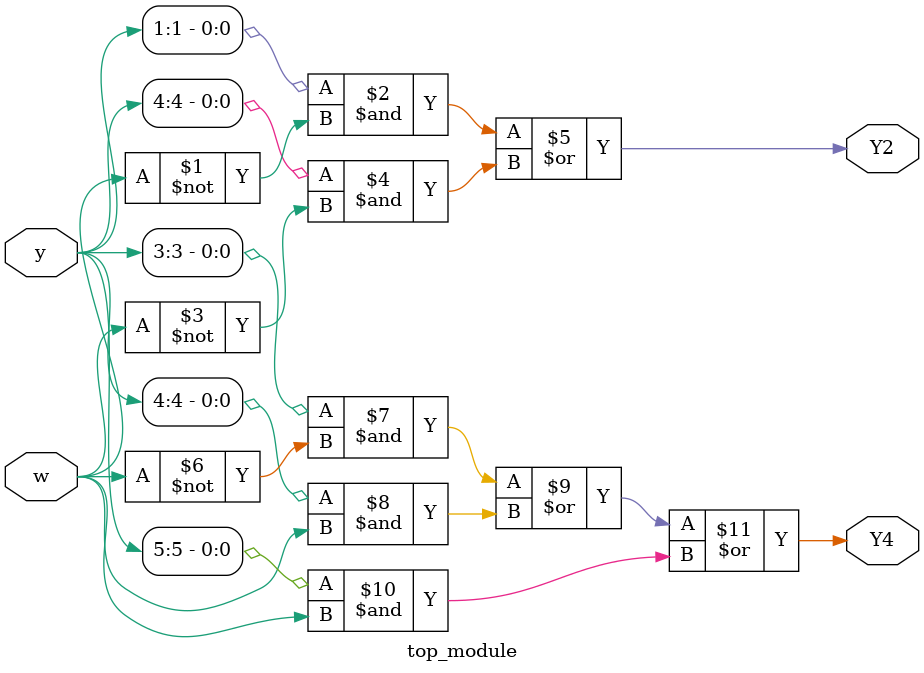
<source format=sv>
module top_module (
    input [6:1] y,
    input w,
    output Y2,
    output Y4
);

// Next-state logic for y[2] (state B and D)
assign Y2 = (y[1] & ~w) | (y[4] & ~w);

// Next-state logic for y[4] (state C, D, and E)
assign Y4 = (y[3] & ~w) | (y[4] & w) | (y[5] & w);

endmodule

</source>
